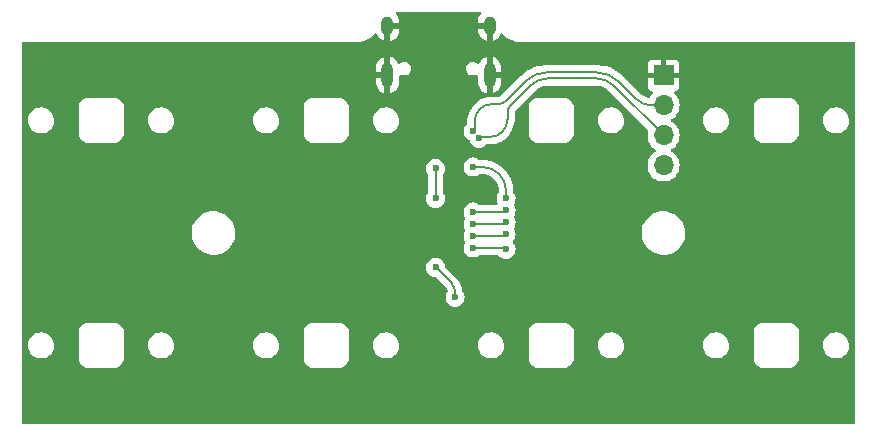
<source format=gbr>
%TF.GenerationSoftware,KiCad,Pcbnew,7.0.5*%
%TF.CreationDate,2024-04-29T12:28:37+10:00*%
%TF.ProjectId,8 key thingy,38206b65-7920-4746-9869-6e67792e6b69,rev?*%
%TF.SameCoordinates,Original*%
%TF.FileFunction,Copper,L1,Top*%
%TF.FilePolarity,Positive*%
%FSLAX46Y46*%
G04 Gerber Fmt 4.6, Leading zero omitted, Abs format (unit mm)*
G04 Created by KiCad (PCBNEW 7.0.5) date 2024-04-29 12:28:37*
%MOMM*%
%LPD*%
G01*
G04 APERTURE LIST*
%TA.AperFunction,ComponentPad*%
%ADD10R,1.700000X1.700000*%
%TD*%
%TA.AperFunction,ComponentPad*%
%ADD11O,1.700000X1.700000*%
%TD*%
%TA.AperFunction,ComponentPad*%
%ADD12O,1.000000X1.600000*%
%TD*%
%TA.AperFunction,ComponentPad*%
%ADD13O,1.000000X2.100000*%
%TD*%
%TA.AperFunction,ViaPad*%
%ADD14C,0.600000*%
%TD*%
%TA.AperFunction,Conductor*%
%ADD15C,0.200000*%
%TD*%
%TA.AperFunction,Conductor*%
%ADD16C,0.500000*%
%TD*%
G04 APERTURE END LIST*
D10*
%TO.P,J2,1,Pin_1*%
%TO.N,GND*%
X85725000Y-34290000D03*
D11*
%TO.P,J2,2,Pin_2*%
%TO.N,SWDIO*%
X85725000Y-36830000D03*
%TO.P,J2,3,Pin_3*%
%TO.N,SWCLK*%
X85725000Y-39370000D03*
%TO.P,J2,4,Pin_4*%
%TO.N,+3.3V*%
X85725000Y-41910000D03*
%TD*%
D12*
%TO.P,J1,S1,SHIELD*%
%TO.N,GND*%
X62355000Y-30065000D03*
D13*
X62355000Y-34245000D03*
D12*
X70995000Y-30065000D03*
D13*
X70995000Y-34245000D03*
%TD*%
D14*
%TO.N,USB_D+*%
X66421000Y-42164000D03*
X66421000Y-44704000D03*
%TO.N,GND*%
X75664000Y-53594000D03*
X57686000Y-41656000D03*
X76200000Y-35940999D03*
X48006000Y-35240000D03*
X43434000Y-35240000D03*
X71501000Y-44069000D03*
X94714000Y-53594000D03*
X76200000Y-59309000D03*
X49276000Y-35240000D03*
X68925000Y-44704000D03*
X64897000Y-58508000D03*
X57150000Y-59309000D03*
X38636000Y-41656000D03*
X84328000Y-53594000D03*
X56614000Y-53594000D03*
X66294000Y-54328000D03*
X95250000Y-59309000D03*
X66294000Y-53086000D03*
X69596000Y-49875000D03*
X63119000Y-43815000D03*
X70485000Y-44069000D03*
X37564000Y-53594000D03*
X72136000Y-52578000D03*
X95250000Y-35940999D03*
X63754000Y-45375000D03*
X67816000Y-37844000D03*
X63119000Y-42799000D03*
X69469000Y-56808000D03*
X38100000Y-59309000D03*
X64768000Y-37846000D03*
X38100000Y-35940999D03*
X76736000Y-41656000D03*
X64897000Y-55372000D03*
X57150000Y-35940999D03*
X68072000Y-54328000D03*
X69469000Y-55372000D03*
X95786000Y-41656000D03*
X63500000Y-54328000D03*
X68453000Y-38989000D03*
X70231000Y-51435000D03*
%TO.N,RESET*%
X68072000Y-53086000D03*
X66425000Y-50546000D03*
%TO.N,SWDIO*%
X69596000Y-38989000D03*
%TO.N,SWCLK*%
X70104000Y-39624000D03*
X69596000Y-42037000D03*
X72390000Y-44704000D03*
%TO.N,ADC3*%
X69596000Y-48895000D03*
X72390000Y-49022000D03*
%TO.N,ADC5*%
X72390000Y-47752000D03*
X69596000Y-47879000D03*
%TO.N,ADC7*%
X69596000Y-46863000D03*
X72390000Y-46736000D03*
%TO.N,ADC9*%
X69596000Y-45847000D03*
X72390000Y-45720000D03*
%TD*%
D15*
%TO.N,SWDIO*%
X75797113Y-34036009D02*
G75*
G03*
X74100057Y-34738943I-13J-2399991D01*
G01*
%TO.N,SWCLK*%
X71017000Y-39494800D02*
G75*
G03*
X72517000Y-37994842I0J1500000D01*
G01*
X81484787Y-35129787D02*
X85725000Y-39370000D01*
X72809893Y-36791107D02*
X74471214Y-35129786D01*
X75885427Y-34544000D02*
X80070573Y-34544000D01*
X70233158Y-39494842D02*
X71017000Y-39494842D01*
X72517000Y-37994842D02*
X72517000Y-37498214D01*
X81484801Y-35129773D02*
G75*
G03*
X80070573Y-34544000I-1414201J-1414227D01*
G01*
X70104000Y-39624000D02*
X70233158Y-39494842D01*
X75885427Y-34544020D02*
G75*
G03*
X74471215Y-35129787I-27J-1999980D01*
G01*
X72809886Y-36791100D02*
G75*
G03*
X72517000Y-37498214I707114J-707100D01*
G01*
%TO.N,SWDIO*%
X71223000Y-36703000D02*
G75*
G03*
X69723000Y-38203000I0J-1500000D01*
G01*
X71721786Y-36702990D02*
G75*
G03*
X72428893Y-36410107I14J999990D01*
G01*
X84775427Y-36830000D02*
X85725000Y-36830000D01*
X81885233Y-34768233D02*
X83361214Y-36244214D01*
X69723000Y-38862000D02*
X69723000Y-38203000D01*
X69596000Y-38989000D02*
X69723000Y-38862000D01*
X83361200Y-36244228D02*
G75*
G03*
X84775427Y-36830000I1414200J1414228D01*
G01*
X75797113Y-34036000D02*
X80117466Y-34036000D01*
X81885250Y-34768216D02*
G75*
G03*
X80117466Y-34036000I-1767750J-1767784D01*
G01*
X71223000Y-36703000D02*
X71721786Y-36703000D01*
X72428893Y-36410107D02*
X74100057Y-34738943D01*
D16*
%TO.N,GND*%
X70995000Y-34245000D02*
X72009000Y-34245000D01*
X70995000Y-34245000D02*
X70995000Y-35814000D01*
D15*
%TO.N,USB_D+*%
X66421000Y-42164000D02*
X66421000Y-44704000D01*
D16*
%TO.N,GND*%
X62355000Y-34245000D02*
X62355000Y-35814000D01*
X62355000Y-30065000D02*
X70995000Y-30065000D01*
X70995000Y-34245000D02*
X70995000Y-30065000D01*
X62355000Y-34245000D02*
X61341000Y-34245000D01*
X62355000Y-34245000D02*
X62355000Y-30065000D01*
D15*
%TO.N,RESET*%
X66425000Y-50546000D02*
X67779107Y-51900107D01*
X68072000Y-52607214D02*
X68072000Y-53086000D01*
X68071990Y-52607214D02*
G75*
G03*
X67779107Y-51900107I-999990J14D01*
G01*
%TO.N,SWCLK*%
X72388009Y-44702009D02*
X72388009Y-44037000D01*
X70388009Y-42037000D02*
X69596000Y-42037000D01*
X72390000Y-44704000D02*
X72388009Y-44702009D01*
X72388000Y-44037000D02*
G75*
G03*
X70388009Y-42037000I-2000000J0D01*
G01*
%TO.N,ADC3*%
X69596000Y-48895000D02*
X72263000Y-48895000D01*
X72263000Y-48895000D02*
X72390000Y-49022000D01*
%TO.N,ADC5*%
X72263000Y-47879000D02*
X72390000Y-47752000D01*
X69596000Y-47879000D02*
X72263000Y-47879000D01*
%TO.N,ADC7*%
X69596000Y-46863000D02*
X72263000Y-46863000D01*
X72263000Y-46863000D02*
X72390000Y-46736000D01*
%TO.N,ADC9*%
X72263000Y-45847000D02*
X72390000Y-45720000D01*
X69596000Y-45847000D02*
X72263000Y-45847000D01*
%TD*%
%TA.AperFunction,Conductor*%
%TO.N,GND*%
G36*
X70235916Y-28895185D02*
G01*
X70281671Y-28947989D01*
X70291615Y-29017147D01*
X70262590Y-29080703D01*
X70254308Y-29089375D01*
X70232331Y-29110265D01*
X70232330Y-29110266D01*
X70116143Y-29277195D01*
X70035940Y-29464092D01*
X69995000Y-29663309D01*
X69995000Y-29915000D01*
X70695000Y-29915000D01*
X70695000Y-30215000D01*
X69995000Y-30215000D01*
X69995000Y-30415713D01*
X70010418Y-30567338D01*
X70071299Y-30761381D01*
X70071304Y-30761391D01*
X70170005Y-30939215D01*
X70170005Y-30939216D01*
X70302478Y-31093530D01*
X70302479Y-31093531D01*
X70463304Y-31218018D01*
X70645907Y-31307589D01*
X70645906Y-31307589D01*
X70842783Y-31358564D01*
X70842787Y-31358565D01*
X70845000Y-31358677D01*
X70845000Y-30627657D01*
X70858962Y-30638201D01*
X70966840Y-30668895D01*
X71078521Y-30658546D01*
X71145000Y-30625443D01*
X71145000Y-31353685D01*
X71246938Y-31338070D01*
X71437665Y-31267434D01*
X71610267Y-31159850D01*
X71757668Y-31019735D01*
X71757669Y-31019733D01*
X71873857Y-30852803D01*
X71907103Y-30775328D01*
X71951628Y-30721484D01*
X72018197Y-30700260D01*
X72085672Y-30718394D01*
X72125369Y-30757187D01*
X72145537Y-30788569D01*
X72292651Y-30958348D01*
X72462430Y-31105462D01*
X72462436Y-31105466D01*
X72651405Y-31226909D01*
X72651413Y-31226913D01*
X72651417Y-31226916D01*
X72651420Y-31226917D01*
X72651423Y-31226919D01*
X72855766Y-31320240D01*
X72855772Y-31320242D01*
X73037969Y-31373738D01*
X73071313Y-31383529D01*
X73293676Y-31415500D01*
X73349827Y-31415500D01*
X101810500Y-31415500D01*
X101877539Y-31435185D01*
X101923294Y-31487989D01*
X101934500Y-31539500D01*
X101934500Y-63710500D01*
X101914815Y-63777539D01*
X101862011Y-63823294D01*
X101810500Y-63834500D01*
X31539500Y-63834500D01*
X31472461Y-63814815D01*
X31426706Y-63762011D01*
X31415500Y-63710500D01*
X31415500Y-58420001D01*
X36195000Y-58420001D01*
X36321997Y-58673997D01*
X36322000Y-58674000D01*
X36576000Y-58928000D01*
X36703000Y-58991500D01*
X36829999Y-59055000D01*
X36830000Y-59055000D01*
X39370001Y-59055000D01*
X39496999Y-58991500D01*
X39624000Y-58928000D01*
X39878000Y-58674000D01*
X40005000Y-58420000D01*
X55245000Y-58420000D01*
X55372000Y-58674000D01*
X55626000Y-58928000D01*
X55753001Y-58991500D01*
X55879999Y-59055000D01*
X55880000Y-59055000D01*
X58420001Y-59055000D01*
X58546999Y-58991500D01*
X58674000Y-58928000D01*
X58928000Y-58674000D01*
X59055000Y-58420000D01*
X74295000Y-58420000D01*
X74422000Y-58674000D01*
X74675999Y-58927999D01*
X74676003Y-58928002D01*
X74929999Y-59055000D01*
X74930000Y-59055000D01*
X77470001Y-59055000D01*
X77723997Y-58928002D01*
X77723998Y-58928000D01*
X77724000Y-58928000D01*
X77978000Y-58674000D01*
X78105000Y-58420001D01*
X93345000Y-58420001D01*
X93471998Y-58673997D01*
X93472000Y-58674000D01*
X93725999Y-58927999D01*
X93726003Y-58928002D01*
X93979999Y-59055000D01*
X93980000Y-59055000D01*
X96520001Y-59055000D01*
X96646998Y-58991500D01*
X96774000Y-58928000D01*
X97028000Y-58674000D01*
X97155000Y-58420000D01*
X97155000Y-57097401D01*
X99225746Y-57097401D01*
X99235745Y-57307327D01*
X99285296Y-57511578D01*
X99285298Y-57511582D01*
X99372598Y-57702743D01*
X99372601Y-57702748D01*
X99372602Y-57702750D01*
X99372604Y-57702753D01*
X99435627Y-57791256D01*
X99494515Y-57873953D01*
X99494520Y-57873959D01*
X99646620Y-58018985D01*
X99741578Y-58080011D01*
X99823428Y-58132613D01*
X100018543Y-58210725D01*
X100121728Y-58230612D01*
X100224914Y-58250500D01*
X100224915Y-58250500D01*
X100382419Y-58250500D01*
X100382425Y-58250500D01*
X100539218Y-58235528D01*
X100740875Y-58176316D01*
X100927682Y-58080011D01*
X101092886Y-57950092D01*
X101230519Y-57791256D01*
X101335604Y-57609244D01*
X101404344Y-57410633D01*
X101434254Y-57202602D01*
X101424254Y-56992670D01*
X101374704Y-56788424D01*
X101374701Y-56788417D01*
X101287401Y-56597256D01*
X101287398Y-56597251D01*
X101287397Y-56597250D01*
X101287396Y-56597247D01*
X101165486Y-56426048D01*
X101165484Y-56426046D01*
X101165479Y-56426040D01*
X101013379Y-56281014D01*
X100836574Y-56167388D01*
X100641455Y-56089274D01*
X100435086Y-56049500D01*
X100435085Y-56049500D01*
X100277575Y-56049500D01*
X100120782Y-56064472D01*
X100120778Y-56064473D01*
X99919127Y-56123683D01*
X99732313Y-56219991D01*
X99567116Y-56349905D01*
X99567112Y-56349909D01*
X99429478Y-56508746D01*
X99324398Y-56690750D01*
X99255656Y-56889365D01*
X99255656Y-56889367D01*
X99240804Y-56992670D01*
X99225746Y-57097401D01*
X97155000Y-57097401D01*
X97155000Y-55880000D01*
X97155000Y-55879999D01*
X97155000Y-55879998D01*
X97028001Y-55626002D01*
X97027999Y-55625999D01*
X96773997Y-55371997D01*
X96520001Y-55245000D01*
X96520000Y-55245000D01*
X93980000Y-55245000D01*
X93979999Y-55245000D01*
X93726002Y-55371998D01*
X93725999Y-55372000D01*
X93472000Y-55625999D01*
X93471997Y-55626003D01*
X93345000Y-55879998D01*
X93345000Y-58420001D01*
X78105000Y-58420001D01*
X78105000Y-58420000D01*
X78105000Y-57097401D01*
X80175746Y-57097401D01*
X80185745Y-57307327D01*
X80235296Y-57511578D01*
X80235298Y-57511582D01*
X80322598Y-57702743D01*
X80322601Y-57702748D01*
X80322602Y-57702750D01*
X80322604Y-57702753D01*
X80385627Y-57791256D01*
X80444515Y-57873953D01*
X80444520Y-57873959D01*
X80596620Y-58018985D01*
X80691578Y-58080011D01*
X80773428Y-58132613D01*
X80968543Y-58210725D01*
X81071729Y-58230612D01*
X81174914Y-58250500D01*
X81174915Y-58250500D01*
X81332419Y-58250500D01*
X81332425Y-58250500D01*
X81489218Y-58235528D01*
X81690875Y-58176316D01*
X81877682Y-58080011D01*
X82042886Y-57950092D01*
X82180519Y-57791256D01*
X82285604Y-57609244D01*
X82354344Y-57410633D01*
X82384254Y-57202602D01*
X82379243Y-57097401D01*
X89065746Y-57097401D01*
X89075745Y-57307327D01*
X89125296Y-57511578D01*
X89125298Y-57511582D01*
X89212598Y-57702743D01*
X89212601Y-57702748D01*
X89212602Y-57702750D01*
X89212604Y-57702753D01*
X89275627Y-57791256D01*
X89334515Y-57873953D01*
X89334520Y-57873959D01*
X89486620Y-58018985D01*
X89581578Y-58080011D01*
X89663428Y-58132613D01*
X89858543Y-58210725D01*
X89961728Y-58230612D01*
X90064914Y-58250500D01*
X90064915Y-58250500D01*
X90222419Y-58250500D01*
X90222425Y-58250500D01*
X90379218Y-58235528D01*
X90580875Y-58176316D01*
X90767682Y-58080011D01*
X90932886Y-57950092D01*
X91070519Y-57791256D01*
X91175604Y-57609244D01*
X91244344Y-57410633D01*
X91274254Y-57202602D01*
X91264254Y-56992670D01*
X91214704Y-56788424D01*
X91214701Y-56788417D01*
X91127401Y-56597256D01*
X91127398Y-56597251D01*
X91127397Y-56597250D01*
X91127396Y-56597247D01*
X91005486Y-56426048D01*
X91005484Y-56426046D01*
X91005479Y-56426040D01*
X90853379Y-56281014D01*
X90676574Y-56167388D01*
X90481455Y-56089274D01*
X90275086Y-56049500D01*
X90275085Y-56049500D01*
X90117575Y-56049500D01*
X89960782Y-56064472D01*
X89960778Y-56064473D01*
X89759127Y-56123683D01*
X89572313Y-56219991D01*
X89407116Y-56349905D01*
X89407112Y-56349909D01*
X89269478Y-56508746D01*
X89164398Y-56690750D01*
X89095656Y-56889365D01*
X89095656Y-56889367D01*
X89080804Y-56992670D01*
X89065746Y-57097401D01*
X82379243Y-57097401D01*
X82374254Y-56992670D01*
X82324704Y-56788424D01*
X82324701Y-56788417D01*
X82237401Y-56597256D01*
X82237398Y-56597251D01*
X82237397Y-56597250D01*
X82237396Y-56597247D01*
X82115486Y-56426048D01*
X82115484Y-56426046D01*
X82115479Y-56426040D01*
X81963379Y-56281014D01*
X81786574Y-56167388D01*
X81591455Y-56089274D01*
X81385086Y-56049500D01*
X81385085Y-56049500D01*
X81227575Y-56049500D01*
X81070781Y-56064472D01*
X81070782Y-56064472D01*
X81070778Y-56064473D01*
X80869127Y-56123683D01*
X80682313Y-56219991D01*
X80517116Y-56349905D01*
X80517112Y-56349909D01*
X80379478Y-56508746D01*
X80274398Y-56690750D01*
X80205656Y-56889365D01*
X80205656Y-56889367D01*
X80190804Y-56992670D01*
X80175746Y-57097401D01*
X78105000Y-57097401D01*
X78105000Y-55880000D01*
X78105000Y-55879999D01*
X78105000Y-55879998D01*
X78020333Y-55710667D01*
X77978000Y-55626000D01*
X77724000Y-55372000D01*
X77723997Y-55371997D01*
X77470001Y-55245000D01*
X77470000Y-55245000D01*
X74930000Y-55245000D01*
X74929999Y-55245000D01*
X74676003Y-55371997D01*
X74675999Y-55372000D01*
X74422000Y-55625999D01*
X74421998Y-55626002D01*
X74295000Y-55879999D01*
X74295000Y-58420000D01*
X59055000Y-58420000D01*
X59055000Y-57097401D01*
X61125746Y-57097401D01*
X61135745Y-57307327D01*
X61185296Y-57511578D01*
X61185298Y-57511582D01*
X61272598Y-57702743D01*
X61272601Y-57702748D01*
X61272602Y-57702750D01*
X61272604Y-57702753D01*
X61335627Y-57791256D01*
X61394515Y-57873953D01*
X61394520Y-57873959D01*
X61546620Y-58018985D01*
X61641578Y-58080011D01*
X61723428Y-58132613D01*
X61918543Y-58210725D01*
X62021729Y-58230612D01*
X62124914Y-58250500D01*
X62124915Y-58250500D01*
X62282419Y-58250500D01*
X62282425Y-58250500D01*
X62439218Y-58235528D01*
X62640875Y-58176316D01*
X62827682Y-58080011D01*
X62992886Y-57950092D01*
X63130519Y-57791256D01*
X63235604Y-57609244D01*
X63304344Y-57410633D01*
X63334254Y-57202602D01*
X63329243Y-57097401D01*
X70015746Y-57097401D01*
X70025745Y-57307327D01*
X70075296Y-57511578D01*
X70075298Y-57511582D01*
X70162598Y-57702743D01*
X70162601Y-57702748D01*
X70162602Y-57702750D01*
X70162604Y-57702753D01*
X70225627Y-57791256D01*
X70284515Y-57873953D01*
X70284520Y-57873959D01*
X70436620Y-58018985D01*
X70531578Y-58080011D01*
X70613428Y-58132613D01*
X70808543Y-58210725D01*
X70911729Y-58230612D01*
X71014914Y-58250500D01*
X71014915Y-58250500D01*
X71172419Y-58250500D01*
X71172425Y-58250500D01*
X71329218Y-58235528D01*
X71530875Y-58176316D01*
X71717682Y-58080011D01*
X71882886Y-57950092D01*
X72020519Y-57791256D01*
X72125604Y-57609244D01*
X72194344Y-57410633D01*
X72224254Y-57202602D01*
X72214254Y-56992670D01*
X72164704Y-56788424D01*
X72164701Y-56788417D01*
X72077401Y-56597256D01*
X72077398Y-56597251D01*
X72077397Y-56597250D01*
X72077396Y-56597247D01*
X71955486Y-56426048D01*
X71955484Y-56426046D01*
X71955479Y-56426040D01*
X71803379Y-56281014D01*
X71626574Y-56167388D01*
X71431455Y-56089274D01*
X71225086Y-56049500D01*
X71225085Y-56049500D01*
X71067575Y-56049500D01*
X70910781Y-56064472D01*
X70910782Y-56064472D01*
X70910778Y-56064473D01*
X70709127Y-56123683D01*
X70522313Y-56219991D01*
X70357116Y-56349905D01*
X70357112Y-56349909D01*
X70219478Y-56508746D01*
X70114398Y-56690750D01*
X70045656Y-56889365D01*
X70045656Y-56889367D01*
X70030804Y-56992670D01*
X70015746Y-57097401D01*
X63329243Y-57097401D01*
X63324254Y-56992670D01*
X63274704Y-56788424D01*
X63274701Y-56788417D01*
X63187401Y-56597256D01*
X63187398Y-56597251D01*
X63187397Y-56597250D01*
X63187396Y-56597247D01*
X63065486Y-56426048D01*
X63065484Y-56426046D01*
X63065479Y-56426040D01*
X62913379Y-56281014D01*
X62736574Y-56167388D01*
X62541455Y-56089274D01*
X62335086Y-56049500D01*
X62335085Y-56049500D01*
X62177575Y-56049500D01*
X62020782Y-56064472D01*
X62020778Y-56064473D01*
X61819127Y-56123683D01*
X61632313Y-56219991D01*
X61467116Y-56349905D01*
X61467112Y-56349909D01*
X61329478Y-56508746D01*
X61224398Y-56690750D01*
X61155656Y-56889365D01*
X61155656Y-56889367D01*
X61140804Y-56992670D01*
X61125746Y-57097401D01*
X59055000Y-57097401D01*
X59055000Y-55880000D01*
X59055000Y-55879999D01*
X59055000Y-55879998D01*
X58970334Y-55710668D01*
X58928000Y-55626000D01*
X58674000Y-55372000D01*
X58673997Y-55371998D01*
X58420001Y-55245000D01*
X58420000Y-55245000D01*
X55880000Y-55245000D01*
X55879999Y-55245000D01*
X55626002Y-55371998D01*
X55625999Y-55372000D01*
X55372000Y-55625999D01*
X55371998Y-55626002D01*
X55245000Y-55879998D01*
X55245000Y-55879999D01*
X55245000Y-55880000D01*
X55245000Y-58420000D01*
X40005000Y-58420000D01*
X40005000Y-57097401D01*
X42075746Y-57097401D01*
X42085745Y-57307327D01*
X42135296Y-57511578D01*
X42135298Y-57511582D01*
X42222598Y-57702743D01*
X42222601Y-57702748D01*
X42222602Y-57702750D01*
X42222604Y-57702753D01*
X42285627Y-57791256D01*
X42344515Y-57873953D01*
X42344520Y-57873959D01*
X42496620Y-58018985D01*
X42591578Y-58080011D01*
X42673428Y-58132613D01*
X42868543Y-58210725D01*
X42971728Y-58230612D01*
X43074914Y-58250500D01*
X43074915Y-58250500D01*
X43232419Y-58250500D01*
X43232425Y-58250500D01*
X43389218Y-58235528D01*
X43590875Y-58176316D01*
X43777682Y-58080011D01*
X43942886Y-57950092D01*
X44080519Y-57791256D01*
X44185604Y-57609244D01*
X44254344Y-57410633D01*
X44284254Y-57202602D01*
X44279243Y-57097401D01*
X50965746Y-57097401D01*
X50975745Y-57307327D01*
X51025296Y-57511578D01*
X51025298Y-57511582D01*
X51112598Y-57702743D01*
X51112601Y-57702748D01*
X51112602Y-57702750D01*
X51112604Y-57702753D01*
X51175627Y-57791256D01*
X51234515Y-57873953D01*
X51234520Y-57873959D01*
X51386620Y-58018985D01*
X51481578Y-58080011D01*
X51563428Y-58132613D01*
X51758543Y-58210725D01*
X51861729Y-58230612D01*
X51964914Y-58250500D01*
X51964915Y-58250500D01*
X52122419Y-58250500D01*
X52122425Y-58250500D01*
X52279218Y-58235528D01*
X52480875Y-58176316D01*
X52667682Y-58080011D01*
X52832886Y-57950092D01*
X52970519Y-57791256D01*
X53075604Y-57609244D01*
X53144344Y-57410633D01*
X53174254Y-57202602D01*
X53164254Y-56992670D01*
X53114704Y-56788424D01*
X53114701Y-56788417D01*
X53027401Y-56597256D01*
X53027398Y-56597251D01*
X53027397Y-56597250D01*
X53027396Y-56597247D01*
X52905486Y-56426048D01*
X52905484Y-56426046D01*
X52905479Y-56426040D01*
X52753379Y-56281014D01*
X52576574Y-56167388D01*
X52381455Y-56089274D01*
X52175086Y-56049500D01*
X52175085Y-56049500D01*
X52017575Y-56049500D01*
X51860782Y-56064472D01*
X51860778Y-56064473D01*
X51659127Y-56123683D01*
X51472313Y-56219991D01*
X51307116Y-56349905D01*
X51307112Y-56349909D01*
X51169478Y-56508746D01*
X51064398Y-56690750D01*
X50995656Y-56889365D01*
X50995656Y-56889367D01*
X50980804Y-56992670D01*
X50965746Y-57097401D01*
X44279243Y-57097401D01*
X44274254Y-56992670D01*
X44224704Y-56788424D01*
X44224701Y-56788417D01*
X44137401Y-56597256D01*
X44137398Y-56597251D01*
X44137397Y-56597250D01*
X44137396Y-56597247D01*
X44015486Y-56426048D01*
X44015484Y-56426046D01*
X44015479Y-56426040D01*
X43863379Y-56281014D01*
X43686574Y-56167388D01*
X43491455Y-56089274D01*
X43285086Y-56049500D01*
X43285085Y-56049500D01*
X43127575Y-56049500D01*
X42970781Y-56064472D01*
X42970782Y-56064472D01*
X42970778Y-56064473D01*
X42769127Y-56123683D01*
X42582313Y-56219991D01*
X42417116Y-56349905D01*
X42417112Y-56349909D01*
X42279478Y-56508746D01*
X42174398Y-56690750D01*
X42105656Y-56889365D01*
X42105656Y-56889367D01*
X42090804Y-56992670D01*
X42075746Y-57097401D01*
X40005000Y-57097401D01*
X40005000Y-55880000D01*
X40005000Y-55879999D01*
X40005000Y-55879998D01*
X39878002Y-55626003D01*
X39877999Y-55625999D01*
X39624000Y-55372000D01*
X39623996Y-55371998D01*
X39370001Y-55245000D01*
X39370000Y-55245000D01*
X36830000Y-55245000D01*
X36829999Y-55245000D01*
X36575999Y-55372000D01*
X36322000Y-55625999D01*
X36321998Y-55626003D01*
X36195000Y-55879998D01*
X36195000Y-58420001D01*
X31415500Y-58420001D01*
X31415500Y-57097401D01*
X31915746Y-57097401D01*
X31925745Y-57307327D01*
X31975296Y-57511578D01*
X31975298Y-57511582D01*
X32062598Y-57702743D01*
X32062601Y-57702748D01*
X32062602Y-57702750D01*
X32062604Y-57702753D01*
X32125627Y-57791256D01*
X32184515Y-57873953D01*
X32184520Y-57873959D01*
X32336620Y-58018985D01*
X32431578Y-58080011D01*
X32513428Y-58132613D01*
X32708543Y-58210725D01*
X32811728Y-58230612D01*
X32914914Y-58250500D01*
X32914915Y-58250500D01*
X33072419Y-58250500D01*
X33072425Y-58250500D01*
X33229218Y-58235528D01*
X33430875Y-58176316D01*
X33617682Y-58080011D01*
X33782886Y-57950092D01*
X33920519Y-57791256D01*
X34025604Y-57609244D01*
X34094344Y-57410633D01*
X34124254Y-57202602D01*
X34114254Y-56992670D01*
X34064704Y-56788424D01*
X34064701Y-56788417D01*
X33977401Y-56597256D01*
X33977398Y-56597251D01*
X33977397Y-56597250D01*
X33977396Y-56597247D01*
X33855486Y-56426048D01*
X33855484Y-56426046D01*
X33855479Y-56426040D01*
X33703379Y-56281014D01*
X33526574Y-56167388D01*
X33331455Y-56089274D01*
X33125086Y-56049500D01*
X33125085Y-56049500D01*
X32967575Y-56049500D01*
X32810781Y-56064472D01*
X32810782Y-56064472D01*
X32810778Y-56064473D01*
X32609127Y-56123683D01*
X32422313Y-56219991D01*
X32257116Y-56349905D01*
X32257112Y-56349909D01*
X32119478Y-56508746D01*
X32014398Y-56690750D01*
X31945656Y-56889365D01*
X31945656Y-56889367D01*
X31930804Y-56992670D01*
X31915746Y-57097401D01*
X31415500Y-57097401D01*
X31415500Y-50546003D01*
X65619435Y-50546003D01*
X65639630Y-50725249D01*
X65639631Y-50725254D01*
X65699211Y-50895523D01*
X65795184Y-51048261D01*
X65795184Y-51048262D01*
X65922738Y-51175816D01*
X66075478Y-51271789D01*
X66245745Y-51331368D01*
X66332669Y-51341161D01*
X66397080Y-51368226D01*
X66406465Y-51376700D01*
X67351610Y-52321845D01*
X67356956Y-52327942D01*
X67408031Y-52394505D01*
X67424217Y-52422539D01*
X67447083Y-52477744D01*
X67454551Y-52547214D01*
X67437515Y-52591168D01*
X67346211Y-52736476D01*
X67286631Y-52906745D01*
X67286630Y-52906750D01*
X67266435Y-53085996D01*
X67266435Y-53086003D01*
X67286630Y-53265249D01*
X67286631Y-53265254D01*
X67346211Y-53435523D01*
X67442184Y-53588262D01*
X67569738Y-53715816D01*
X67722478Y-53811789D01*
X67892745Y-53871368D01*
X67892750Y-53871369D01*
X68071996Y-53891565D01*
X68072000Y-53891565D01*
X68072004Y-53891565D01*
X68251249Y-53871369D01*
X68251252Y-53871368D01*
X68251255Y-53871368D01*
X68421522Y-53811789D01*
X68574262Y-53715816D01*
X68701816Y-53588262D01*
X68797789Y-53435522D01*
X68857368Y-53265255D01*
X68877565Y-53086000D01*
X68857368Y-52906745D01*
X68797789Y-52736478D01*
X68701816Y-52583738D01*
X68701813Y-52583735D01*
X68699547Y-52580894D01*
X68698653Y-52578704D01*
X68698111Y-52577842D01*
X68698262Y-52577747D01*
X68673135Y-52516209D01*
X68672490Y-52503572D01*
X68672491Y-52502320D01*
X68660004Y-52407459D01*
X68645110Y-52294314D01*
X68645109Y-52294311D01*
X68590812Y-52091659D01*
X68590810Y-52091654D01*
X68510524Y-51897819D01*
X68405624Y-51716122D01*
X68277905Y-51549672D01*
X68277901Y-51549668D01*
X68277898Y-51549664D01*
X68233367Y-51505133D01*
X68233343Y-51505107D01*
X67255700Y-50527465D01*
X67222215Y-50466142D01*
X67220163Y-50453686D01*
X67210368Y-50366745D01*
X67150789Y-50196478D01*
X67054816Y-50043738D01*
X66927262Y-49916184D01*
X66927262Y-49916183D01*
X66774523Y-49820211D01*
X66604254Y-49760631D01*
X66604249Y-49760630D01*
X66425004Y-49740435D01*
X66424996Y-49740435D01*
X66245750Y-49760630D01*
X66245745Y-49760631D01*
X66075476Y-49820211D01*
X65922737Y-49916184D01*
X65795184Y-50043737D01*
X65699211Y-50196476D01*
X65639631Y-50366745D01*
X65639630Y-50366750D01*
X65619435Y-50545996D01*
X65619435Y-50546003D01*
X31415500Y-50546003D01*
X31415500Y-47692763D01*
X45770787Y-47692763D01*
X45800413Y-47962013D01*
X45800415Y-47962024D01*
X45836885Y-48101522D01*
X45868928Y-48224088D01*
X45974870Y-48473390D01*
X46018865Y-48545478D01*
X46115979Y-48704605D01*
X46115986Y-48704615D01*
X46289253Y-48912819D01*
X46289259Y-48912824D01*
X46490998Y-49093582D01*
X46716910Y-49243044D01*
X46962176Y-49358020D01*
X46962183Y-49358022D01*
X46962185Y-49358023D01*
X47221557Y-49436057D01*
X47221564Y-49436058D01*
X47221569Y-49436060D01*
X47489561Y-49475500D01*
X47489566Y-49475500D01*
X47692629Y-49475500D01*
X47692631Y-49475500D01*
X47692636Y-49475499D01*
X47692648Y-49475499D01*
X47730191Y-49472750D01*
X47895156Y-49460677D01*
X48007758Y-49435593D01*
X48159546Y-49401782D01*
X48159548Y-49401781D01*
X48159553Y-49401780D01*
X48412558Y-49305014D01*
X48648777Y-49172441D01*
X48863177Y-49006888D01*
X48971047Y-48895003D01*
X68790435Y-48895003D01*
X68810630Y-49074249D01*
X68810631Y-49074254D01*
X68870211Y-49244523D01*
X68941528Y-49358023D01*
X68966184Y-49397262D01*
X69093738Y-49524816D01*
X69246478Y-49620789D01*
X69335148Y-49651816D01*
X69416745Y-49680368D01*
X69416750Y-49680369D01*
X69595996Y-49700565D01*
X69596000Y-49700565D01*
X69596004Y-49700565D01*
X69775249Y-49680369D01*
X69775252Y-49680368D01*
X69775255Y-49680368D01*
X69945522Y-49620789D01*
X70098262Y-49524816D01*
X70098267Y-49524810D01*
X70101097Y-49522555D01*
X70103275Y-49521665D01*
X70104158Y-49521111D01*
X70104255Y-49521265D01*
X70165783Y-49496145D01*
X70178412Y-49495500D01*
X71680059Y-49495500D01*
X71747098Y-49515185D01*
X71767740Y-49531817D01*
X71887738Y-49651816D01*
X72040478Y-49747789D01*
X72210744Y-49807367D01*
X72210745Y-49807368D01*
X72210750Y-49807369D01*
X72389996Y-49827565D01*
X72390000Y-49827565D01*
X72390004Y-49827565D01*
X72569249Y-49807369D01*
X72569252Y-49807368D01*
X72569255Y-49807368D01*
X72739522Y-49747789D01*
X72892262Y-49651816D01*
X73019816Y-49524262D01*
X73115789Y-49371522D01*
X73175368Y-49201255D01*
X73175369Y-49201249D01*
X73195565Y-49022003D01*
X73195565Y-49021996D01*
X73175369Y-48842750D01*
X73175368Y-48842745D01*
X73164568Y-48811881D01*
X73115789Y-48672478D01*
X73019816Y-48519738D01*
X72974758Y-48474680D01*
X72941274Y-48413358D01*
X72946258Y-48343666D01*
X72974759Y-48299319D01*
X72974758Y-48299318D01*
X73019816Y-48254262D01*
X73115789Y-48101522D01*
X73175368Y-47931255D01*
X73175369Y-47931249D01*
X73195565Y-47752003D01*
X73195565Y-47751996D01*
X73188891Y-47692763D01*
X83870787Y-47692763D01*
X83900413Y-47962013D01*
X83900415Y-47962024D01*
X83936885Y-48101522D01*
X83968928Y-48224088D01*
X84074870Y-48473390D01*
X84118865Y-48545478D01*
X84215979Y-48704605D01*
X84215986Y-48704615D01*
X84389253Y-48912819D01*
X84389259Y-48912824D01*
X84590998Y-49093582D01*
X84816910Y-49243044D01*
X85062176Y-49358020D01*
X85062183Y-49358022D01*
X85062185Y-49358023D01*
X85321557Y-49436057D01*
X85321564Y-49436058D01*
X85321569Y-49436060D01*
X85589561Y-49475500D01*
X85589566Y-49475500D01*
X85792629Y-49475500D01*
X85792631Y-49475500D01*
X85792636Y-49475499D01*
X85792648Y-49475499D01*
X85830191Y-49472750D01*
X85995156Y-49460677D01*
X86107758Y-49435593D01*
X86259546Y-49401782D01*
X86259548Y-49401781D01*
X86259553Y-49401780D01*
X86512558Y-49305014D01*
X86748777Y-49172441D01*
X86963177Y-49006888D01*
X87151186Y-48811881D01*
X87308799Y-48591579D01*
X87413331Y-48388263D01*
X87432649Y-48350690D01*
X87432651Y-48350684D01*
X87432656Y-48350675D01*
X87520118Y-48094305D01*
X87569319Y-47827933D01*
X87579212Y-47557235D01*
X87549586Y-47287982D01*
X87481072Y-47025912D01*
X87375130Y-46776610D01*
X87234018Y-46545390D01*
X87207461Y-46513478D01*
X87060746Y-46337180D01*
X87060740Y-46337175D01*
X86859002Y-46156418D01*
X86633092Y-46006957D01*
X86633090Y-46006956D01*
X86387824Y-45891980D01*
X86387819Y-45891978D01*
X86387814Y-45891976D01*
X86128442Y-45813942D01*
X86128428Y-45813939D01*
X86012791Y-45796921D01*
X85860439Y-45774500D01*
X85657369Y-45774500D01*
X85657351Y-45774500D01*
X85454844Y-45789323D01*
X85454831Y-45789325D01*
X85190453Y-45848217D01*
X85190446Y-45848220D01*
X84937439Y-45944987D01*
X84701226Y-46077557D01*
X84486822Y-46243112D01*
X84298822Y-46438109D01*
X84298816Y-46438116D01*
X84141202Y-46658419D01*
X84141199Y-46658424D01*
X84017350Y-46899309D01*
X84017343Y-46899327D01*
X83929884Y-47155685D01*
X83929881Y-47155699D01*
X83905449Y-47287975D01*
X83890114Y-47371000D01*
X83880681Y-47422068D01*
X83880680Y-47422075D01*
X83870787Y-47692763D01*
X73188891Y-47692763D01*
X73175369Y-47572750D01*
X73175368Y-47572745D01*
X73115788Y-47402475D01*
X73057664Y-47309973D01*
X73038663Y-47242736D01*
X73057664Y-47178027D01*
X73115788Y-47085524D01*
X73115789Y-47085522D01*
X73175368Y-46915255D01*
X73177165Y-46899309D01*
X73195565Y-46736003D01*
X73195565Y-46735996D01*
X73175369Y-46556750D01*
X73175368Y-46556745D01*
X73115788Y-46386475D01*
X73057664Y-46293973D01*
X73038663Y-46226736D01*
X73057664Y-46162027D01*
X73061189Y-46156418D01*
X73115789Y-46069522D01*
X73175368Y-45899255D01*
X73176188Y-45891976D01*
X73195565Y-45720003D01*
X73195565Y-45719996D01*
X73175369Y-45540750D01*
X73175368Y-45540745D01*
X73115788Y-45370475D01*
X73057664Y-45277973D01*
X73038663Y-45210736D01*
X73057664Y-45146027D01*
X73115788Y-45053524D01*
X73175368Y-44883254D01*
X73175369Y-44883249D01*
X73195565Y-44704003D01*
X73195565Y-44703996D01*
X73175369Y-44524750D01*
X73175368Y-44524745D01*
X73115788Y-44354476D01*
X73076581Y-44292080D01*
X73019816Y-44201738D01*
X73019815Y-44201737D01*
X73015562Y-44196404D01*
X72989154Y-44131717D01*
X72988509Y-44119091D01*
X72988509Y-43995711D01*
X72988500Y-43995442D01*
X72988501Y-43890959D01*
X72955798Y-43600715D01*
X72890804Y-43315957D01*
X72794336Y-43040266D01*
X72667607Y-42777110D01*
X72512211Y-42529798D01*
X72330102Y-42301439D01*
X72330100Y-42301437D01*
X72330097Y-42301433D01*
X72123569Y-42094905D01*
X71985433Y-41984745D01*
X71895212Y-41912796D01*
X71807599Y-41857745D01*
X71647901Y-41757399D01*
X71475939Y-41674586D01*
X71384745Y-41630669D01*
X71384742Y-41630668D01*
X71384738Y-41630666D01*
X71109055Y-41534199D01*
X71109046Y-41534197D01*
X70985862Y-41506080D01*
X70824297Y-41469204D01*
X70824293Y-41469203D01*
X70824284Y-41469202D01*
X70534056Y-41436500D01*
X70534052Y-41436500D01*
X70427370Y-41436500D01*
X70178412Y-41436500D01*
X70111373Y-41416815D01*
X70101097Y-41409445D01*
X70098263Y-41407185D01*
X70098262Y-41407184D01*
X70041496Y-41371515D01*
X69945523Y-41311211D01*
X69775254Y-41251631D01*
X69775249Y-41251630D01*
X69596004Y-41231435D01*
X69595996Y-41231435D01*
X69416750Y-41251630D01*
X69416745Y-41251631D01*
X69246476Y-41311211D01*
X69093737Y-41407184D01*
X68966184Y-41534737D01*
X68870211Y-41687476D01*
X68810631Y-41857745D01*
X68810630Y-41857750D01*
X68790435Y-42036996D01*
X68790435Y-42037003D01*
X68810630Y-42216249D01*
X68810631Y-42216254D01*
X68870211Y-42386523D01*
X68950010Y-42513522D01*
X68966184Y-42539262D01*
X69093738Y-42666816D01*
X69156096Y-42705998D01*
X69200329Y-42733792D01*
X69246478Y-42762789D01*
X69416744Y-42822368D01*
X69416745Y-42822368D01*
X69416750Y-42822369D01*
X69595996Y-42842565D01*
X69596000Y-42842565D01*
X69596004Y-42842565D01*
X69775249Y-42822369D01*
X69775252Y-42822368D01*
X69775255Y-42822368D01*
X69945522Y-42762789D01*
X70098262Y-42666816D01*
X70098267Y-42666810D01*
X70101097Y-42664555D01*
X70103275Y-42663665D01*
X70104158Y-42663111D01*
X70104255Y-42663265D01*
X70165783Y-42638145D01*
X70178412Y-42637500D01*
X70385566Y-42637500D01*
X70390432Y-42637690D01*
X70597208Y-42653965D01*
X70616423Y-42657008D01*
X70810986Y-42703720D01*
X70829491Y-42709733D01*
X71014349Y-42786304D01*
X71031686Y-42795138D01*
X71202291Y-42899685D01*
X71218024Y-42911116D01*
X71361614Y-43033754D01*
X71370176Y-43041067D01*
X71383934Y-43054826D01*
X71513882Y-43206976D01*
X71525320Y-43222718D01*
X71629865Y-43393322D01*
X71638698Y-43410658D01*
X71715269Y-43595515D01*
X71721282Y-43614021D01*
X71767991Y-43808580D01*
X71771035Y-43827798D01*
X71787318Y-44034685D01*
X71787509Y-44039552D01*
X71787509Y-44124084D01*
X71767824Y-44191123D01*
X71760458Y-44201395D01*
X71760183Y-44201739D01*
X71664211Y-44354476D01*
X71604631Y-44524745D01*
X71604630Y-44524750D01*
X71584435Y-44703996D01*
X71584435Y-44704003D01*
X71604630Y-44883249D01*
X71604631Y-44883254D01*
X71664211Y-45053523D01*
X71666097Y-45056524D01*
X71666723Y-45058741D01*
X71667231Y-45059795D01*
X71667046Y-45059883D01*
X71685100Y-45123760D01*
X71664735Y-45190596D01*
X71611469Y-45235812D01*
X71561106Y-45246500D01*
X70178412Y-45246500D01*
X70111373Y-45226815D01*
X70101097Y-45219445D01*
X70098263Y-45217185D01*
X70098262Y-45217184D01*
X70041496Y-45181515D01*
X69945523Y-45121211D01*
X69775254Y-45061631D01*
X69775249Y-45061630D01*
X69596004Y-45041435D01*
X69595996Y-45041435D01*
X69416750Y-45061630D01*
X69416745Y-45061631D01*
X69246476Y-45121211D01*
X69093737Y-45217184D01*
X68966184Y-45344737D01*
X68870211Y-45497476D01*
X68810631Y-45667745D01*
X68810630Y-45667750D01*
X68790435Y-45846996D01*
X68790435Y-45847003D01*
X68810630Y-46026249D01*
X68810631Y-46026254D01*
X68825772Y-46069524D01*
X68870211Y-46196522D01*
X68899485Y-46243112D01*
X68928336Y-46289027D01*
X68947336Y-46356263D01*
X68928336Y-46420970D01*
X68870212Y-46513474D01*
X68810631Y-46683745D01*
X68810630Y-46683750D01*
X68790435Y-46862996D01*
X68790435Y-46863003D01*
X68810630Y-47042249D01*
X68810631Y-47042254D01*
X68870211Y-47212523D01*
X68928336Y-47305028D01*
X68947336Y-47372265D01*
X68928336Y-47436972D01*
X68870211Y-47529476D01*
X68810631Y-47699745D01*
X68810630Y-47699750D01*
X68790435Y-47878996D01*
X68790435Y-47879003D01*
X68810630Y-48058249D01*
X68810631Y-48058254D01*
X68870211Y-48228522D01*
X68928336Y-48321027D01*
X68947336Y-48388263D01*
X68928336Y-48452970D01*
X68870212Y-48545474D01*
X68810631Y-48715745D01*
X68810630Y-48715750D01*
X68790435Y-48894996D01*
X68790435Y-48895003D01*
X48971047Y-48895003D01*
X49051186Y-48811881D01*
X49208799Y-48591579D01*
X49313331Y-48388263D01*
X49332649Y-48350690D01*
X49332651Y-48350684D01*
X49332656Y-48350675D01*
X49420118Y-48094305D01*
X49469319Y-47827933D01*
X49479212Y-47557235D01*
X49449586Y-47287982D01*
X49381072Y-47025912D01*
X49275130Y-46776610D01*
X49134018Y-46545390D01*
X49107461Y-46513478D01*
X48960746Y-46337180D01*
X48960740Y-46337175D01*
X48759002Y-46156418D01*
X48533092Y-46006957D01*
X48533090Y-46006956D01*
X48287824Y-45891980D01*
X48287819Y-45891978D01*
X48287814Y-45891976D01*
X48028442Y-45813942D01*
X48028428Y-45813939D01*
X47912791Y-45796921D01*
X47760439Y-45774500D01*
X47557369Y-45774500D01*
X47557351Y-45774500D01*
X47354844Y-45789323D01*
X47354831Y-45789325D01*
X47090453Y-45848217D01*
X47090446Y-45848220D01*
X46837439Y-45944987D01*
X46601226Y-46077557D01*
X46386822Y-46243112D01*
X46198822Y-46438109D01*
X46198816Y-46438116D01*
X46041202Y-46658419D01*
X46041199Y-46658424D01*
X45917350Y-46899309D01*
X45917343Y-46899327D01*
X45829884Y-47155685D01*
X45829881Y-47155699D01*
X45805449Y-47287975D01*
X45790114Y-47371000D01*
X45780681Y-47422068D01*
X45780680Y-47422075D01*
X45770787Y-47692763D01*
X31415500Y-47692763D01*
X31415500Y-44704003D01*
X65615435Y-44704003D01*
X65635630Y-44883249D01*
X65635631Y-44883254D01*
X65695211Y-45053523D01*
X65753336Y-45146027D01*
X65791184Y-45206262D01*
X65918738Y-45333816D01*
X66071478Y-45429789D01*
X66241745Y-45489367D01*
X66241745Y-45489368D01*
X66241750Y-45489369D01*
X66420996Y-45509565D01*
X66421000Y-45509565D01*
X66421004Y-45509565D01*
X66600249Y-45489369D01*
X66600252Y-45489368D01*
X66600255Y-45489368D01*
X66770522Y-45429789D01*
X66923262Y-45333816D01*
X67050816Y-45206262D01*
X67146789Y-45053522D01*
X67206368Y-44883255D01*
X67226565Y-44704000D01*
X67206368Y-44524745D01*
X67146789Y-44354478D01*
X67050816Y-44201738D01*
X67050814Y-44201736D01*
X67050813Y-44201734D01*
X67048550Y-44198896D01*
X67047659Y-44196715D01*
X67047111Y-44195842D01*
X67047264Y-44195745D01*
X67022144Y-44134209D01*
X67021500Y-44121587D01*
X67021500Y-42746412D01*
X67041185Y-42679373D01*
X67048555Y-42669097D01*
X67050810Y-42666267D01*
X67050816Y-42666262D01*
X67146789Y-42513522D01*
X67206368Y-42343255D01*
X67206369Y-42343249D01*
X67226565Y-42164003D01*
X67226565Y-42163996D01*
X67206369Y-41984750D01*
X67206368Y-41984745D01*
X67181192Y-41912796D01*
X67146789Y-41814478D01*
X67050816Y-41661738D01*
X66923262Y-41534184D01*
X66770523Y-41438211D01*
X66600254Y-41378631D01*
X66600249Y-41378630D01*
X66421004Y-41358435D01*
X66420996Y-41358435D01*
X66241750Y-41378630D01*
X66241745Y-41378631D01*
X66071476Y-41438211D01*
X65918737Y-41534184D01*
X65791184Y-41661737D01*
X65695211Y-41814476D01*
X65635631Y-41984745D01*
X65635630Y-41984750D01*
X65615435Y-42163996D01*
X65615435Y-42164003D01*
X65635630Y-42343249D01*
X65635631Y-42343254D01*
X65695211Y-42513523D01*
X65791185Y-42666264D01*
X65793450Y-42669104D01*
X65794339Y-42671284D01*
X65794889Y-42672158D01*
X65794735Y-42672254D01*
X65819855Y-42733792D01*
X65820499Y-42746412D01*
X65820499Y-44121587D01*
X65800814Y-44188626D01*
X65793455Y-44198889D01*
X65791187Y-44201733D01*
X65695211Y-44354476D01*
X65635631Y-44524745D01*
X65635630Y-44524750D01*
X65615435Y-44703996D01*
X65615435Y-44704003D01*
X31415500Y-44704003D01*
X31415500Y-39370001D01*
X36195000Y-39370001D01*
X36321997Y-39623997D01*
X36575999Y-39877999D01*
X36576003Y-39878002D01*
X36829999Y-40005000D01*
X36830000Y-40005000D01*
X39370001Y-40005000D01*
X39496999Y-39941500D01*
X39624000Y-39878000D01*
X39878000Y-39624000D01*
X40005000Y-39370000D01*
X55245000Y-39370000D01*
X55372000Y-39624000D01*
X55625999Y-39877999D01*
X55626003Y-39878002D01*
X55879999Y-40005000D01*
X55880000Y-40005000D01*
X58420001Y-40005000D01*
X58546998Y-39941500D01*
X58674000Y-39878000D01*
X58928000Y-39624000D01*
X59055000Y-39370000D01*
X59055000Y-38047401D01*
X61125746Y-38047401D01*
X61135745Y-38257327D01*
X61185296Y-38461578D01*
X61185298Y-38461582D01*
X61272598Y-38652743D01*
X61272601Y-38652748D01*
X61272602Y-38652750D01*
X61272604Y-38652753D01*
X61384401Y-38809750D01*
X61394515Y-38823953D01*
X61394520Y-38823959D01*
X61546620Y-38968985D01*
X61641578Y-39030011D01*
X61723428Y-39082613D01*
X61918543Y-39160725D01*
X62021729Y-39180612D01*
X62124914Y-39200500D01*
X62124915Y-39200500D01*
X62282419Y-39200500D01*
X62282425Y-39200500D01*
X62439218Y-39185528D01*
X62640875Y-39126316D01*
X62827682Y-39030011D01*
X62879827Y-38989003D01*
X68790435Y-38989003D01*
X68810630Y-39168249D01*
X68810631Y-39168254D01*
X68870211Y-39338523D01*
X68966183Y-39491261D01*
X68966184Y-39491262D01*
X69093738Y-39618816D01*
X69246478Y-39714789D01*
X69246481Y-39714790D01*
X69251047Y-39716989D01*
X69302910Y-39763807D01*
X69318145Y-39801118D01*
X69318631Y-39803248D01*
X69318632Y-39803255D01*
X69329273Y-39833664D01*
X69378210Y-39973521D01*
X69397990Y-40005000D01*
X69474184Y-40126262D01*
X69601738Y-40253816D01*
X69754478Y-40349789D01*
X69922244Y-40408493D01*
X69924745Y-40409368D01*
X69924750Y-40409369D01*
X70103996Y-40429565D01*
X70104000Y-40429565D01*
X70104004Y-40429565D01*
X70283249Y-40409369D01*
X70283252Y-40409368D01*
X70283255Y-40409368D01*
X70453522Y-40349789D01*
X70606262Y-40253816D01*
X70728417Y-40131661D01*
X70789740Y-40098176D01*
X70816098Y-40095342D01*
X71057753Y-40095342D01*
X71059034Y-40095300D01*
X71154673Y-40095300D01*
X71209269Y-40088112D01*
X71427659Y-40059361D01*
X71693621Y-39988098D01*
X71693633Y-39988092D01*
X71693636Y-39988092D01*
X71784304Y-39950536D01*
X71948005Y-39882731D01*
X72186461Y-39745062D01*
X72404907Y-39577446D01*
X72599607Y-39382752D01*
X72609392Y-39370000D01*
X74295000Y-39370000D01*
X74421998Y-39623997D01*
X74422000Y-39624000D01*
X74675999Y-39877999D01*
X74676003Y-39878002D01*
X74929999Y-40005000D01*
X74930000Y-40005000D01*
X77470001Y-40005000D01*
X77596998Y-39941500D01*
X77724000Y-39878000D01*
X77978000Y-39624000D01*
X77980593Y-39618815D01*
X78105000Y-39370001D01*
X78105000Y-38047401D01*
X80175746Y-38047401D01*
X80185745Y-38257327D01*
X80235296Y-38461578D01*
X80235298Y-38461582D01*
X80322598Y-38652743D01*
X80322601Y-38652748D01*
X80322602Y-38652750D01*
X80322604Y-38652753D01*
X80434401Y-38809750D01*
X80444515Y-38823953D01*
X80444520Y-38823959D01*
X80596620Y-38968985D01*
X80691578Y-39030011D01*
X80773428Y-39082613D01*
X80968543Y-39160725D01*
X81071729Y-39180612D01*
X81174914Y-39200500D01*
X81174915Y-39200500D01*
X81332419Y-39200500D01*
X81332425Y-39200500D01*
X81489218Y-39185528D01*
X81690875Y-39126316D01*
X81877682Y-39030011D01*
X82042886Y-38900092D01*
X82180519Y-38741256D01*
X82208860Y-38692169D01*
X82285601Y-38559249D01*
X82285600Y-38559249D01*
X82285604Y-38559244D01*
X82354344Y-38360633D01*
X82384254Y-38152602D01*
X82374254Y-37942670D01*
X82324704Y-37738424D01*
X82307796Y-37701401D01*
X82237401Y-37547256D01*
X82237398Y-37547251D01*
X82237397Y-37547250D01*
X82237396Y-37547247D01*
X82115486Y-37376048D01*
X82115484Y-37376046D01*
X82115479Y-37376040D01*
X81963379Y-37231014D01*
X81786574Y-37117388D01*
X81591455Y-37039274D01*
X81385086Y-36999500D01*
X81385085Y-36999500D01*
X81227575Y-36999500D01*
X81070782Y-37014472D01*
X81070778Y-37014473D01*
X80869127Y-37073683D01*
X80682313Y-37169991D01*
X80517116Y-37299905D01*
X80517112Y-37299909D01*
X80379478Y-37458746D01*
X80274398Y-37640750D01*
X80205656Y-37839365D01*
X80205656Y-37839367D01*
X80177644Y-38034203D01*
X80175746Y-38047401D01*
X78105000Y-38047401D01*
X78105000Y-36829998D01*
X77987293Y-36594586D01*
X77978000Y-36576000D01*
X77724000Y-36322000D01*
X77723997Y-36321997D01*
X77470001Y-36195000D01*
X77470000Y-36195000D01*
X74930000Y-36195000D01*
X74929999Y-36195000D01*
X74675999Y-36322000D01*
X74422000Y-36575999D01*
X74421997Y-36576003D01*
X74295000Y-36829999D01*
X74295000Y-39370000D01*
X72609392Y-39370000D01*
X72764203Y-39168254D01*
X72767223Y-39164318D01*
X72767223Y-39164317D01*
X72767229Y-39164310D01*
X72904905Y-38925858D01*
X73010280Y-38671477D01*
X73081550Y-38405517D01*
X73117496Y-38132530D01*
X73117497Y-38041813D01*
X73117500Y-38041788D01*
X73117500Y-37994826D01*
X73117501Y-37942670D01*
X73117502Y-37921945D01*
X73117500Y-37921940D01*
X73117501Y-37918431D01*
X73117500Y-37918395D01*
X73117500Y-37571123D01*
X73117501Y-37571119D01*
X73117500Y-37502270D01*
X73118031Y-37494170D01*
X73122694Y-37458746D01*
X73128980Y-37410990D01*
X73137355Y-37379732D01*
X73164777Y-37313527D01*
X73180953Y-37285509D01*
X73232000Y-37218980D01*
X73237328Y-37212905D01*
X74894399Y-35555835D01*
X74897331Y-35553089D01*
X75030420Y-35436377D01*
X75036833Y-35431456D01*
X75129986Y-35369215D01*
X75182293Y-35334266D01*
X75189324Y-35330207D01*
X75285450Y-35282804D01*
X75346211Y-35252840D01*
X75353707Y-35249736D01*
X75519367Y-35193504D01*
X75527181Y-35191410D01*
X75698768Y-35157281D01*
X75706808Y-35156224D01*
X75883705Y-35144633D01*
X75887760Y-35144500D01*
X75958333Y-35144501D01*
X75958337Y-35144500D01*
X79997663Y-35144500D01*
X79997667Y-35144501D01*
X80068543Y-35144500D01*
X80072599Y-35144633D01*
X80234316Y-35155229D01*
X80249197Y-35156205D01*
X80257233Y-35157262D01*
X80428819Y-35191390D01*
X80436651Y-35193489D01*
X80602303Y-35249719D01*
X80609803Y-35252826D01*
X80766685Y-35330190D01*
X80773716Y-35334249D01*
X80919169Y-35431434D01*
X80925610Y-35436377D01*
X81058431Y-35552856D01*
X81061393Y-35555629D01*
X81085938Y-35580174D01*
X81085953Y-35580188D01*
X84392233Y-38886468D01*
X84425718Y-38947791D01*
X84424327Y-39006241D01*
X84389939Y-39134583D01*
X84389936Y-39134596D01*
X84369341Y-39369999D01*
X84369341Y-39370000D01*
X84389936Y-39605403D01*
X84389938Y-39605413D01*
X84451094Y-39833655D01*
X84451096Y-39833659D01*
X84451097Y-39833663D01*
X84530993Y-40005000D01*
X84550965Y-40047830D01*
X84550967Y-40047834D01*
X84686501Y-40241395D01*
X84686506Y-40241402D01*
X84853597Y-40408493D01*
X84853603Y-40408498D01*
X85039158Y-40538425D01*
X85082783Y-40593002D01*
X85089977Y-40662500D01*
X85058454Y-40724855D01*
X85039158Y-40741575D01*
X84853597Y-40871505D01*
X84686505Y-41038597D01*
X84550965Y-41232169D01*
X84550964Y-41232171D01*
X84451098Y-41446335D01*
X84451094Y-41446344D01*
X84389938Y-41674586D01*
X84389936Y-41674596D01*
X84369341Y-41909999D01*
X84369341Y-41910000D01*
X84389936Y-42145403D01*
X84389938Y-42145413D01*
X84451094Y-42373655D01*
X84451096Y-42373659D01*
X84451097Y-42373663D01*
X84528317Y-42539262D01*
X84550965Y-42587830D01*
X84550967Y-42587834D01*
X84609400Y-42671284D01*
X84686505Y-42781401D01*
X84853599Y-42948495D01*
X84950384Y-43016265D01*
X85047165Y-43084032D01*
X85047167Y-43084033D01*
X85047170Y-43084035D01*
X85261337Y-43183903D01*
X85489592Y-43245063D01*
X85677918Y-43261539D01*
X85724999Y-43265659D01*
X85725000Y-43265659D01*
X85725001Y-43265659D01*
X85764234Y-43262226D01*
X85960408Y-43245063D01*
X86188663Y-43183903D01*
X86402830Y-43084035D01*
X86596401Y-42948495D01*
X86763495Y-42781401D01*
X86899035Y-42587830D01*
X86998903Y-42373663D01*
X87060063Y-42145408D01*
X87080659Y-41910000D01*
X87060063Y-41674592D01*
X86998903Y-41446337D01*
X86899035Y-41232171D01*
X86763495Y-41038599D01*
X86763494Y-41038597D01*
X86596402Y-40871506D01*
X86596396Y-40871501D01*
X86410842Y-40741575D01*
X86367217Y-40686998D01*
X86360023Y-40617500D01*
X86391546Y-40555145D01*
X86410842Y-40538425D01*
X86433026Y-40522891D01*
X86596401Y-40408495D01*
X86763495Y-40241401D01*
X86899035Y-40047830D01*
X86998903Y-39833663D01*
X87060063Y-39605408D01*
X87080659Y-39370001D01*
X93345000Y-39370001D01*
X93471998Y-39623997D01*
X93472000Y-39624000D01*
X93725999Y-39877999D01*
X93726003Y-39878002D01*
X93979999Y-40005000D01*
X93980000Y-40005000D01*
X96520001Y-40005000D01*
X96646999Y-39941500D01*
X96774000Y-39878000D01*
X97028000Y-39624000D01*
X97030593Y-39618815D01*
X97155000Y-39370001D01*
X97155000Y-38047401D01*
X99225746Y-38047401D01*
X99235745Y-38257327D01*
X99285296Y-38461578D01*
X99285298Y-38461582D01*
X99372598Y-38652743D01*
X99372601Y-38652748D01*
X99372602Y-38652750D01*
X99372604Y-38652753D01*
X99484401Y-38809750D01*
X99494515Y-38823953D01*
X99494520Y-38823959D01*
X99646620Y-38968985D01*
X99741578Y-39030011D01*
X99823428Y-39082613D01*
X100018543Y-39160725D01*
X100121729Y-39180612D01*
X100224914Y-39200500D01*
X100224915Y-39200500D01*
X100382419Y-39200500D01*
X100382425Y-39200500D01*
X100539218Y-39185528D01*
X100740875Y-39126316D01*
X100927682Y-39030011D01*
X101092886Y-38900092D01*
X101230519Y-38741256D01*
X101258860Y-38692169D01*
X101335601Y-38559249D01*
X101335600Y-38559249D01*
X101335604Y-38559244D01*
X101404344Y-38360633D01*
X101434254Y-38152602D01*
X101424254Y-37942670D01*
X101374704Y-37738424D01*
X101357796Y-37701401D01*
X101287401Y-37547256D01*
X101287398Y-37547251D01*
X101287397Y-37547250D01*
X101287396Y-37547247D01*
X101165486Y-37376048D01*
X101165484Y-37376046D01*
X101165479Y-37376040D01*
X101013379Y-37231014D01*
X100836574Y-37117388D01*
X100641455Y-37039274D01*
X100435086Y-36999500D01*
X100435085Y-36999500D01*
X100277575Y-36999500D01*
X100120781Y-37014472D01*
X100120782Y-37014472D01*
X100120778Y-37014473D01*
X99919127Y-37073683D01*
X99732313Y-37169991D01*
X99567116Y-37299905D01*
X99567112Y-37299909D01*
X99429478Y-37458746D01*
X99324398Y-37640750D01*
X99255656Y-37839365D01*
X99255656Y-37839367D01*
X99227644Y-38034203D01*
X99225746Y-38047401D01*
X97155000Y-38047401D01*
X97155000Y-36829998D01*
X97037293Y-36594586D01*
X97028000Y-36576000D01*
X96774000Y-36322000D01*
X96773997Y-36321998D01*
X96520001Y-36195000D01*
X96520000Y-36195000D01*
X93980000Y-36195000D01*
X93979999Y-36195000D01*
X93726002Y-36321998D01*
X93725999Y-36322000D01*
X93472000Y-36575999D01*
X93471997Y-36576003D01*
X93345000Y-36829999D01*
X93345000Y-39370001D01*
X87080659Y-39370001D01*
X87080659Y-39370000D01*
X87060063Y-39134592D01*
X86998903Y-38906337D01*
X86899035Y-38692171D01*
X86871435Y-38652753D01*
X86763494Y-38498597D01*
X86596402Y-38331506D01*
X86596401Y-38331505D01*
X86474746Y-38246321D01*
X86410841Y-38201574D01*
X86367216Y-38146997D01*
X86360024Y-38077498D01*
X86375239Y-38047401D01*
X89065746Y-38047401D01*
X89075745Y-38257327D01*
X89125296Y-38461578D01*
X89125298Y-38461582D01*
X89212598Y-38652743D01*
X89212601Y-38652748D01*
X89212602Y-38652750D01*
X89212604Y-38652753D01*
X89324401Y-38809750D01*
X89334515Y-38823953D01*
X89334520Y-38823959D01*
X89486620Y-38968985D01*
X89581578Y-39030011D01*
X89663428Y-39082613D01*
X89858543Y-39160725D01*
X89961729Y-39180612D01*
X90064914Y-39200500D01*
X90064915Y-39200500D01*
X90222419Y-39200500D01*
X90222425Y-39200500D01*
X90379218Y-39185528D01*
X90580875Y-39126316D01*
X90767682Y-39030011D01*
X90932886Y-38900092D01*
X91070519Y-38741256D01*
X91098860Y-38692169D01*
X91175601Y-38559249D01*
X91175600Y-38559249D01*
X91175604Y-38559244D01*
X91244344Y-38360633D01*
X91274254Y-38152602D01*
X91264254Y-37942670D01*
X91214704Y-37738424D01*
X91197796Y-37701401D01*
X91127401Y-37547256D01*
X91127398Y-37547251D01*
X91127397Y-37547250D01*
X91127396Y-37547247D01*
X91005486Y-37376048D01*
X91005484Y-37376046D01*
X91005479Y-37376040D01*
X90853379Y-37231014D01*
X90676574Y-37117388D01*
X90481455Y-37039274D01*
X90275086Y-36999500D01*
X90275085Y-36999500D01*
X90117575Y-36999500D01*
X89960781Y-37014472D01*
X89960782Y-37014472D01*
X89960778Y-37014473D01*
X89759127Y-37073683D01*
X89572313Y-37169991D01*
X89407116Y-37299905D01*
X89407112Y-37299909D01*
X89269478Y-37458746D01*
X89164398Y-37640750D01*
X89095656Y-37839365D01*
X89095656Y-37839367D01*
X89067644Y-38034203D01*
X89065746Y-38047401D01*
X86375239Y-38047401D01*
X86391546Y-38015144D01*
X86410836Y-37998428D01*
X86596401Y-37868495D01*
X86763495Y-37701401D01*
X86899035Y-37507830D01*
X86998903Y-37293663D01*
X87060063Y-37065408D01*
X87080659Y-36830000D01*
X87060063Y-36594592D01*
X86998903Y-36366337D01*
X86899035Y-36152171D01*
X86889421Y-36138441D01*
X86763496Y-35958600D01*
X86742519Y-35937623D01*
X86641179Y-35836283D01*
X86607696Y-35774963D01*
X86612680Y-35705271D01*
X86654551Y-35649337D01*
X86685529Y-35632422D01*
X86817086Y-35583354D01*
X86817093Y-35583350D01*
X86848284Y-35560000D01*
X87122000Y-35560000D01*
X87122000Y-32893000D01*
X84328000Y-32893000D01*
X84328000Y-35560000D01*
X84601715Y-35560000D01*
X84632906Y-35583350D01*
X84632913Y-35583354D01*
X84764470Y-35632421D01*
X84820403Y-35674292D01*
X84844821Y-35739756D01*
X84829970Y-35808029D01*
X84808819Y-35836284D01*
X84686505Y-35958598D01*
X84562310Y-36135967D01*
X84507733Y-36179592D01*
X84438234Y-36186784D01*
X84436547Y-36186461D01*
X84417189Y-36182611D01*
X84409346Y-36180510D01*
X84243703Y-36124283D01*
X84236202Y-36121176D01*
X84079311Y-36043809D01*
X84072280Y-36039749D01*
X83926831Y-35942566D01*
X83920390Y-35937623D01*
X83787554Y-35821132D01*
X83784592Y-35818357D01*
X82368475Y-34402240D01*
X82368473Y-34402237D01*
X82345406Y-34379170D01*
X82345366Y-34379097D01*
X82202157Y-34235890D01*
X82170727Y-34210097D01*
X81966667Y-34042633D01*
X81966665Y-34042631D01*
X81966662Y-34042629D01*
X81713370Y-33873388D01*
X81713364Y-33873385D01*
X81444700Y-33729785D01*
X81444696Y-33729784D01*
X81163261Y-33613213D01*
X81163253Y-33613210D01*
X80871738Y-33524783D01*
X80871732Y-33524782D01*
X80710237Y-33492661D01*
X80572947Y-33465354D01*
X80572943Y-33465353D01*
X80572940Y-33465353D01*
X80572931Y-33465352D01*
X80394207Y-33447751D01*
X80269776Y-33435498D01*
X80269773Y-33435498D01*
X80117457Y-33435500D01*
X75756051Y-33435500D01*
X75755782Y-33435508D01*
X75649711Y-33435508D01*
X75571875Y-33443173D01*
X75356333Y-33464401D01*
X75356330Y-33464401D01*
X75230699Y-33489390D01*
X75067175Y-33521916D01*
X74785060Y-33607493D01*
X74785058Y-33607493D01*
X74785054Y-33607495D01*
X74512703Y-33720305D01*
X74512689Y-33720311D01*
X74252695Y-33859279D01*
X74252674Y-33859291D01*
X74007566Y-34023065D01*
X74007561Y-34023069D01*
X73779667Y-34210097D01*
X73685833Y-34303929D01*
X73685829Y-34303935D01*
X72007162Y-35982603D01*
X72001057Y-35987956D01*
X71934494Y-36039031D01*
X71906459Y-36055217D01*
X71840271Y-36082632D01*
X71809003Y-36091009D01*
X71725753Y-36101968D01*
X71717653Y-36102499D01*
X71645142Y-36102499D01*
X71645126Y-36102500D01*
X71295914Y-36102500D01*
X71223000Y-36102500D01*
X71085326Y-36102500D01*
X71085320Y-36102500D01*
X71085315Y-36102501D01*
X70812344Y-36138438D01*
X70812337Y-36138439D01*
X70812334Y-36138440D01*
X70761096Y-36152169D01*
X70546369Y-36209704D01*
X70291982Y-36315075D01*
X70291971Y-36315080D01*
X70053516Y-36452754D01*
X69835073Y-36620370D01*
X69835066Y-36620376D01*
X69640376Y-36815066D01*
X69640370Y-36815073D01*
X69472754Y-37033516D01*
X69472751Y-37033520D01*
X69472751Y-37033521D01*
X69469429Y-37039275D01*
X69335080Y-37271971D01*
X69335075Y-37271982D01*
X69229704Y-37526369D01*
X69158441Y-37792331D01*
X69158438Y-37792344D01*
X69122501Y-38065315D01*
X69122500Y-38065332D01*
X69122500Y-38279059D01*
X69102815Y-38346098D01*
X69086182Y-38366740D01*
X68966183Y-38486739D01*
X68870211Y-38639476D01*
X68810631Y-38809745D01*
X68810630Y-38809750D01*
X68790435Y-38988996D01*
X68790435Y-38989003D01*
X62879827Y-38989003D01*
X62992886Y-38900092D01*
X63130519Y-38741256D01*
X63158860Y-38692169D01*
X63235601Y-38559249D01*
X63235600Y-38559249D01*
X63235604Y-38559244D01*
X63304344Y-38360633D01*
X63334254Y-38152602D01*
X63324254Y-37942670D01*
X63274704Y-37738424D01*
X63257796Y-37701401D01*
X63187401Y-37547256D01*
X63187398Y-37547251D01*
X63187397Y-37547250D01*
X63187396Y-37547247D01*
X63065486Y-37376048D01*
X63065484Y-37376046D01*
X63065479Y-37376040D01*
X62913379Y-37231014D01*
X62736574Y-37117388D01*
X62541455Y-37039274D01*
X62335086Y-36999500D01*
X62335085Y-36999500D01*
X62177575Y-36999500D01*
X62020781Y-37014472D01*
X62020782Y-37014472D01*
X62020778Y-37014473D01*
X61819127Y-37073683D01*
X61632313Y-37169991D01*
X61467116Y-37299905D01*
X61467112Y-37299909D01*
X61329478Y-37458746D01*
X61224398Y-37640750D01*
X61155656Y-37839365D01*
X61155656Y-37839367D01*
X61127644Y-38034203D01*
X61125746Y-38047401D01*
X59055000Y-38047401D01*
X59055000Y-36830000D01*
X59047536Y-36815073D01*
X58937293Y-36594586D01*
X58928000Y-36576000D01*
X58674000Y-36322000D01*
X58673997Y-36321997D01*
X58420001Y-36195000D01*
X58420000Y-36195000D01*
X55880000Y-36195000D01*
X55879999Y-36195000D01*
X55625999Y-36322000D01*
X55372000Y-36575999D01*
X55245000Y-36829999D01*
X55245000Y-39370000D01*
X40005000Y-39370000D01*
X40005000Y-38047401D01*
X42075746Y-38047401D01*
X42085745Y-38257327D01*
X42135296Y-38461578D01*
X42135298Y-38461582D01*
X42222598Y-38652743D01*
X42222601Y-38652748D01*
X42222602Y-38652750D01*
X42222604Y-38652753D01*
X42334401Y-38809750D01*
X42344515Y-38823953D01*
X42344520Y-38823959D01*
X42496620Y-38968985D01*
X42591578Y-39030011D01*
X42673428Y-39082613D01*
X42868543Y-39160725D01*
X42971729Y-39180612D01*
X43074914Y-39200500D01*
X43074915Y-39200500D01*
X43232419Y-39200500D01*
X43232425Y-39200500D01*
X43389218Y-39185528D01*
X43590875Y-39126316D01*
X43777682Y-39030011D01*
X43942886Y-38900092D01*
X44080519Y-38741256D01*
X44108860Y-38692169D01*
X44185601Y-38559249D01*
X44185600Y-38559249D01*
X44185604Y-38559244D01*
X44254344Y-38360633D01*
X44284254Y-38152602D01*
X44279243Y-38047401D01*
X50965746Y-38047401D01*
X50975745Y-38257327D01*
X51025296Y-38461578D01*
X51025298Y-38461582D01*
X51112598Y-38652743D01*
X51112601Y-38652748D01*
X51112602Y-38652750D01*
X51112604Y-38652753D01*
X51224401Y-38809750D01*
X51234515Y-38823953D01*
X51234520Y-38823959D01*
X51386620Y-38968985D01*
X51481578Y-39030011D01*
X51563428Y-39082613D01*
X51758543Y-39160725D01*
X51861729Y-39180612D01*
X51964914Y-39200500D01*
X51964915Y-39200500D01*
X52122419Y-39200500D01*
X52122425Y-39200500D01*
X52279218Y-39185528D01*
X52480875Y-39126316D01*
X52667682Y-39030011D01*
X52832886Y-38900092D01*
X52970519Y-38741256D01*
X52998860Y-38692169D01*
X53075601Y-38559249D01*
X53075600Y-38559249D01*
X53075604Y-38559244D01*
X53144344Y-38360633D01*
X53174254Y-38152602D01*
X53164254Y-37942670D01*
X53114704Y-37738424D01*
X53097796Y-37701401D01*
X53027401Y-37547256D01*
X53027398Y-37547251D01*
X53027397Y-37547250D01*
X53027396Y-37547247D01*
X52905486Y-37376048D01*
X52905484Y-37376046D01*
X52905479Y-37376040D01*
X52753379Y-37231014D01*
X52576574Y-37117388D01*
X52381455Y-37039274D01*
X52175086Y-36999500D01*
X52175085Y-36999500D01*
X52017575Y-36999500D01*
X51860781Y-37014472D01*
X51860782Y-37014472D01*
X51860778Y-37014473D01*
X51659127Y-37073683D01*
X51472313Y-37169991D01*
X51307116Y-37299905D01*
X51307112Y-37299909D01*
X51169478Y-37458746D01*
X51064398Y-37640750D01*
X50995656Y-37839365D01*
X50995656Y-37839367D01*
X50967644Y-38034203D01*
X50965746Y-38047401D01*
X44279243Y-38047401D01*
X44274254Y-37942670D01*
X44224704Y-37738424D01*
X44207796Y-37701401D01*
X44137401Y-37547256D01*
X44137398Y-37547251D01*
X44137397Y-37547250D01*
X44137396Y-37547247D01*
X44015486Y-37376048D01*
X44015484Y-37376046D01*
X44015479Y-37376040D01*
X43863379Y-37231014D01*
X43686574Y-37117388D01*
X43491455Y-37039274D01*
X43285086Y-36999500D01*
X43285085Y-36999500D01*
X43127575Y-36999500D01*
X42970781Y-37014472D01*
X42970782Y-37014472D01*
X42970778Y-37014473D01*
X42769127Y-37073683D01*
X42582313Y-37169991D01*
X42417116Y-37299905D01*
X42417112Y-37299909D01*
X42279478Y-37458746D01*
X42174398Y-37640750D01*
X42105656Y-37839365D01*
X42105656Y-37839367D01*
X42077644Y-38034203D01*
X42075746Y-38047401D01*
X40005000Y-38047401D01*
X40005000Y-36830000D01*
X40005000Y-36829999D01*
X40005000Y-36829998D01*
X39878002Y-36576003D01*
X39877999Y-36575999D01*
X39623997Y-36321997D01*
X39370001Y-36195000D01*
X39370000Y-36195000D01*
X36830000Y-36195000D01*
X36829999Y-36195000D01*
X36575999Y-36322000D01*
X36322000Y-36575999D01*
X36195000Y-36829999D01*
X36195000Y-39370001D01*
X31415500Y-39370001D01*
X31415500Y-38047401D01*
X31915746Y-38047401D01*
X31925745Y-38257327D01*
X31975296Y-38461578D01*
X31975298Y-38461582D01*
X32062598Y-38652743D01*
X32062601Y-38652748D01*
X32062602Y-38652750D01*
X32062604Y-38652753D01*
X32174401Y-38809750D01*
X32184515Y-38823953D01*
X32184520Y-38823959D01*
X32336620Y-38968985D01*
X32431578Y-39030011D01*
X32513428Y-39082613D01*
X32708543Y-39160725D01*
X32811729Y-39180612D01*
X32914914Y-39200500D01*
X32914915Y-39200500D01*
X33072419Y-39200500D01*
X33072425Y-39200500D01*
X33229218Y-39185528D01*
X33430875Y-39126316D01*
X33617682Y-39030011D01*
X33782886Y-38900092D01*
X33920519Y-38741256D01*
X33948860Y-38692169D01*
X34025601Y-38559249D01*
X34025600Y-38559249D01*
X34025604Y-38559244D01*
X34094344Y-38360633D01*
X34124254Y-38152602D01*
X34114254Y-37942670D01*
X34064704Y-37738424D01*
X34047796Y-37701401D01*
X33977401Y-37547256D01*
X33977398Y-37547251D01*
X33977397Y-37547250D01*
X33977396Y-37547247D01*
X33855486Y-37376048D01*
X33855484Y-37376046D01*
X33855479Y-37376040D01*
X33703379Y-37231014D01*
X33526574Y-37117388D01*
X33331455Y-37039274D01*
X33125086Y-36999500D01*
X33125085Y-36999500D01*
X32967575Y-36999500D01*
X32810781Y-37014472D01*
X32810782Y-37014472D01*
X32810778Y-37014473D01*
X32609127Y-37073683D01*
X32422313Y-37169991D01*
X32257116Y-37299905D01*
X32257112Y-37299909D01*
X32119478Y-37458746D01*
X32014398Y-37640750D01*
X31945656Y-37839365D01*
X31945656Y-37839367D01*
X31917644Y-38034203D01*
X31915746Y-38047401D01*
X31415500Y-38047401D01*
X31415500Y-34095000D01*
X61354999Y-34095000D01*
X62055000Y-34095000D01*
X62055000Y-34395000D01*
X61355000Y-34395000D01*
X61355000Y-34845713D01*
X61370418Y-34997338D01*
X61431299Y-35191381D01*
X61431302Y-35191387D01*
X61530005Y-35369215D01*
X61530005Y-35369216D01*
X61662478Y-35523530D01*
X61662479Y-35523531D01*
X61823304Y-35648018D01*
X62005907Y-35737589D01*
X62005906Y-35737589D01*
X62202783Y-35788564D01*
X62202787Y-35788565D01*
X62205000Y-35788677D01*
X62205000Y-35057657D01*
X62218962Y-35068201D01*
X62326840Y-35098895D01*
X62438521Y-35088546D01*
X62505000Y-35055443D01*
X62505000Y-35783685D01*
X62606938Y-35768070D01*
X62797665Y-35697434D01*
X62970267Y-35589850D01*
X63117668Y-35449735D01*
X63117669Y-35449733D01*
X63233856Y-35282804D01*
X63314059Y-35095907D01*
X63354999Y-34896690D01*
X63355000Y-34345384D01*
X63374685Y-34278345D01*
X63427489Y-34232590D01*
X63496647Y-34222646D01*
X63526454Y-34230823D01*
X63634764Y-34275687D01*
X63747280Y-34290500D01*
X63747287Y-34290500D01*
X63822713Y-34290500D01*
X63822720Y-34290500D01*
X63935236Y-34275687D01*
X64075233Y-34217698D01*
X64195451Y-34125451D01*
X64287698Y-34005233D01*
X64345687Y-33865236D01*
X64365466Y-33715000D01*
X68984534Y-33715000D01*
X69004312Y-33865234D01*
X69004313Y-33865236D01*
X69062302Y-34005233D01*
X69154549Y-34125451D01*
X69274767Y-34217698D01*
X69414764Y-34275687D01*
X69527280Y-34290500D01*
X69527287Y-34290500D01*
X69602713Y-34290500D01*
X69602720Y-34290500D01*
X69715236Y-34275687D01*
X69823546Y-34230823D01*
X69893017Y-34223354D01*
X69955496Y-34254629D01*
X69991148Y-34314718D01*
X69995000Y-34345384D01*
X69995000Y-34845713D01*
X70010418Y-34997338D01*
X70071299Y-35191381D01*
X70071302Y-35191387D01*
X70170005Y-35369215D01*
X70170005Y-35369216D01*
X70302478Y-35523530D01*
X70302479Y-35523531D01*
X70463304Y-35648018D01*
X70645907Y-35737589D01*
X70645906Y-35737589D01*
X70842783Y-35788564D01*
X70842787Y-35788565D01*
X70845000Y-35788677D01*
X70845000Y-35057657D01*
X70858962Y-35068201D01*
X70966840Y-35098895D01*
X71078521Y-35088546D01*
X71145000Y-35055443D01*
X71145000Y-35783685D01*
X71246938Y-35768070D01*
X71437665Y-35697434D01*
X71610267Y-35589850D01*
X71757668Y-35449735D01*
X71757669Y-35449733D01*
X71873856Y-35282804D01*
X71954059Y-35095907D01*
X71995000Y-34896690D01*
X71995000Y-34395000D01*
X71295000Y-34395000D01*
X71295000Y-34095000D01*
X71995000Y-34095000D01*
X71995000Y-33644286D01*
X71979581Y-33492661D01*
X71918700Y-33298618D01*
X71918695Y-33298608D01*
X71819994Y-33120784D01*
X71819994Y-33120783D01*
X71687521Y-32966469D01*
X71687520Y-32966468D01*
X71526695Y-32841981D01*
X71344096Y-32752412D01*
X71147201Y-32701433D01*
X71145001Y-32701320D01*
X71145000Y-32701322D01*
X71145000Y-33432342D01*
X71131038Y-33421799D01*
X71023160Y-33391105D01*
X70911479Y-33401454D01*
X70845000Y-33434556D01*
X70845000Y-32706312D01*
X70743061Y-32721929D01*
X70743046Y-32721933D01*
X70552342Y-32792562D01*
X70552335Y-32792565D01*
X70379732Y-32900149D01*
X70232331Y-33040264D01*
X70232330Y-33040266D01*
X70116142Y-33207197D01*
X70116140Y-33207200D01*
X70112760Y-33215078D01*
X70068232Y-33268921D01*
X70001663Y-33290142D01*
X69934189Y-33272005D01*
X69923332Y-33264556D01*
X69855233Y-33212302D01*
X69855232Y-33212301D01*
X69855230Y-33212300D01*
X69764731Y-33174814D01*
X69715236Y-33154313D01*
X69701171Y-33152461D01*
X69602727Y-33139500D01*
X69602720Y-33139500D01*
X69527280Y-33139500D01*
X69527272Y-33139500D01*
X69414764Y-33154313D01*
X69414763Y-33154313D01*
X69274770Y-33212300D01*
X69274767Y-33212301D01*
X69274767Y-33212302D01*
X69154549Y-33304549D01*
X69064580Y-33421799D01*
X69062300Y-33424770D01*
X69004313Y-33564763D01*
X69004312Y-33564765D01*
X68984534Y-33714999D01*
X68984534Y-33715000D01*
X64365466Y-33715000D01*
X64345687Y-33564764D01*
X64287698Y-33424767D01*
X64195451Y-33304549D01*
X64075233Y-33212302D01*
X64075229Y-33212300D01*
X64011801Y-33186027D01*
X63935236Y-33154313D01*
X63921171Y-33152461D01*
X63822727Y-33139500D01*
X63822720Y-33139500D01*
X63747280Y-33139500D01*
X63747272Y-33139500D01*
X63634764Y-33154313D01*
X63634763Y-33154313D01*
X63494769Y-33212300D01*
X63472821Y-33229142D01*
X63423743Y-33266800D01*
X63358575Y-33291994D01*
X63290131Y-33277956D01*
X63240141Y-33229142D01*
X63239839Y-33228602D01*
X63179994Y-33120784D01*
X63179994Y-33120783D01*
X63047521Y-32966469D01*
X63047520Y-32966468D01*
X62886695Y-32841981D01*
X62704096Y-32752412D01*
X62507201Y-32701433D01*
X62505001Y-32701320D01*
X62505000Y-32701322D01*
X62505000Y-33432342D01*
X62491038Y-33421799D01*
X62383160Y-33391105D01*
X62271479Y-33401454D01*
X62204999Y-33434557D01*
X62204999Y-32706312D01*
X62103061Y-32721929D01*
X62103046Y-32721933D01*
X61912342Y-32792562D01*
X61912335Y-32792565D01*
X61739732Y-32900149D01*
X61592331Y-33040264D01*
X61592330Y-33040266D01*
X61476143Y-33207195D01*
X61395940Y-33394092D01*
X61355000Y-33593309D01*
X61354999Y-34095000D01*
X31415500Y-34095000D01*
X31415500Y-31539500D01*
X31435185Y-31472461D01*
X31487989Y-31426706D01*
X31539500Y-31415500D01*
X60056321Y-31415500D01*
X60056324Y-31415500D01*
X60278687Y-31383529D01*
X60394204Y-31349610D01*
X60494227Y-31320242D01*
X60494233Y-31320240D01*
X60494233Y-31320239D01*
X60494236Y-31320239D01*
X60698583Y-31226916D01*
X60887570Y-31105462D01*
X61057348Y-30958348D01*
X61204462Y-30788570D01*
X61222169Y-30761016D01*
X61274972Y-30715261D01*
X61344131Y-30705317D01*
X61407687Y-30734341D01*
X61434904Y-30767877D01*
X61530005Y-30939215D01*
X61530005Y-30939216D01*
X61662478Y-31093530D01*
X61662479Y-31093531D01*
X61823304Y-31218018D01*
X62005907Y-31307589D01*
X62005906Y-31307589D01*
X62202783Y-31358564D01*
X62202787Y-31358565D01*
X62205000Y-31358677D01*
X62205000Y-30627657D01*
X62218962Y-30638201D01*
X62326840Y-30668895D01*
X62438521Y-30658546D01*
X62505000Y-30625443D01*
X62505000Y-31353685D01*
X62606938Y-31338070D01*
X62797665Y-31267434D01*
X62970267Y-31159850D01*
X63117668Y-31019735D01*
X63117669Y-31019733D01*
X63233856Y-30852804D01*
X63314059Y-30665907D01*
X63355000Y-30466690D01*
X63355000Y-30215000D01*
X62655000Y-30215000D01*
X62655000Y-29915000D01*
X63355000Y-29915000D01*
X63355000Y-29714286D01*
X63339581Y-29562661D01*
X63278700Y-29368618D01*
X63278695Y-29368608D01*
X63179994Y-29190784D01*
X63179994Y-29190783D01*
X63085122Y-29080270D01*
X63056390Y-29016581D01*
X63066652Y-28947469D01*
X63112650Y-28894877D01*
X63179208Y-28875500D01*
X70168877Y-28875500D01*
X70235916Y-28895185D01*
G37*
%TD.AperFunction*%
%TD*%
%TA.AperFunction,Conductor*%
%TO.N,GND*%
G36*
X87122000Y-35560000D02*
G01*
X86848285Y-35560000D01*
X86932187Y-35497190D01*
X86932190Y-35497187D01*
X87018350Y-35382093D01*
X87018354Y-35382086D01*
X87068596Y-35247379D01*
X87068598Y-35247372D01*
X87074999Y-35187844D01*
X87075000Y-35187827D01*
X87075000Y-34540000D01*
X86158686Y-34540000D01*
X86184493Y-34499844D01*
X86225000Y-34361889D01*
X86225000Y-34218111D01*
X86184493Y-34080156D01*
X86158686Y-34040000D01*
X87075000Y-34040000D01*
X87075000Y-33392172D01*
X87074999Y-33392155D01*
X87068598Y-33332627D01*
X87068596Y-33332620D01*
X87018354Y-33197913D01*
X87018350Y-33197906D01*
X86932190Y-33082812D01*
X86932187Y-33082809D01*
X86817093Y-32996649D01*
X86817086Y-32996645D01*
X86682379Y-32946403D01*
X86682372Y-32946401D01*
X86622844Y-32940000D01*
X85975000Y-32940000D01*
X85975000Y-33854498D01*
X85867315Y-33805320D01*
X85760763Y-33790000D01*
X85689237Y-33790000D01*
X85582685Y-33805320D01*
X85475000Y-33854498D01*
X85475000Y-32940000D01*
X84827155Y-32940000D01*
X84767627Y-32946401D01*
X84767620Y-32946403D01*
X84632913Y-32996645D01*
X84632906Y-32996649D01*
X84517812Y-33082809D01*
X84517809Y-33082812D01*
X84431649Y-33197906D01*
X84431645Y-33197913D01*
X84381403Y-33332620D01*
X84381401Y-33332627D01*
X84375000Y-33392155D01*
X84375000Y-34040000D01*
X85291314Y-34040000D01*
X85265507Y-34080156D01*
X85225000Y-34218111D01*
X85225000Y-34361889D01*
X85265507Y-34499844D01*
X85291314Y-34540000D01*
X84375000Y-34540000D01*
X84375000Y-35187844D01*
X84381401Y-35247372D01*
X84381403Y-35247379D01*
X84431645Y-35382086D01*
X84431649Y-35382093D01*
X84517809Y-35497187D01*
X84517812Y-35497190D01*
X84601714Y-35560000D01*
X84328000Y-35560000D01*
X84328000Y-32893000D01*
X87122000Y-32893000D01*
X87122000Y-35560000D01*
G37*
%TD.AperFunction*%
%TD*%
M02*

</source>
